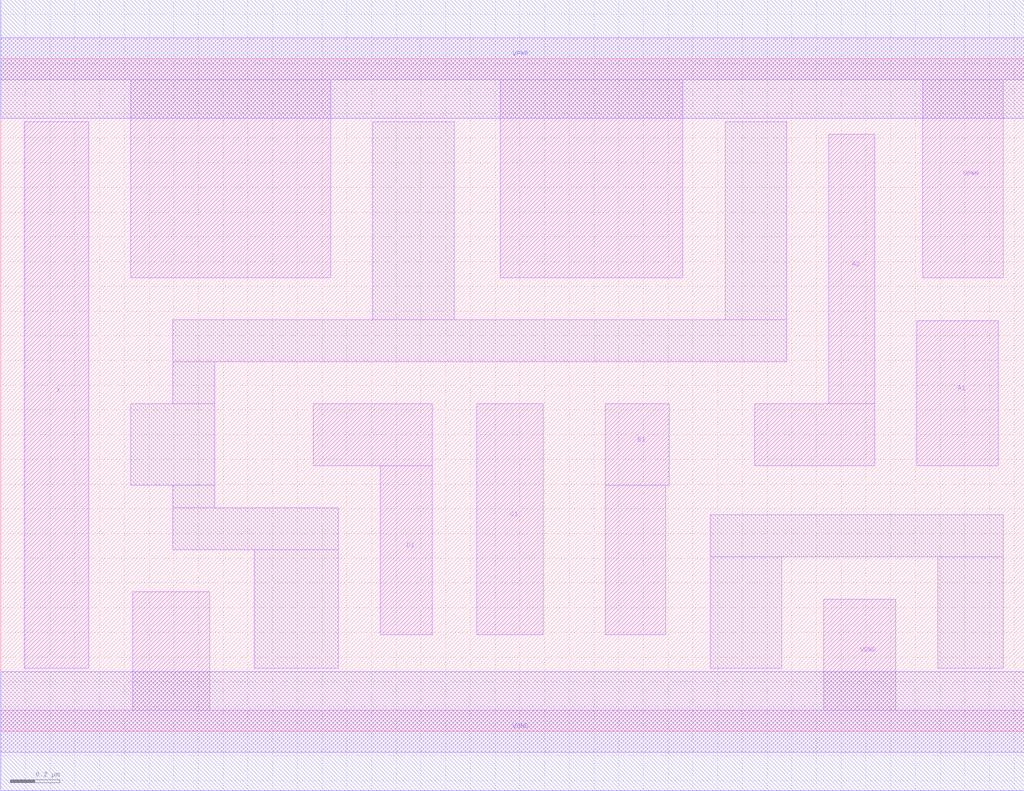
<source format=lef>
# Copyright 2020 The SkyWater PDK Authors
#
# Licensed under the Apache License, Version 2.0 (the "License");
# you may not use this file except in compliance with the License.
# You may obtain a copy of the License at
#
#     https://www.apache.org/licenses/LICENSE-2.0
#
# Unless required by applicable law or agreed to in writing, software
# distributed under the License is distributed on an "AS IS" BASIS,
# WITHOUT WARRANTIES OR CONDITIONS OF ANY KIND, either express or implied.
# See the License for the specific language governing permissions and
# limitations under the License.
#
# SPDX-License-Identifier: Apache-2.0

VERSION 5.5 ;
NAMESCASESENSITIVE ON ;
BUSBITCHARS "[]" ;
DIVIDERCHAR "/" ;
MACRO sky130_fd_sc_hd__o2111a_1
  CLASS CORE ;
  SOURCE USER ;
  ORIGIN  0.000000  0.000000 ;
  SIZE  4.140000 BY  2.720000 ;
  SYMMETRY X Y R90 ;
  SITE unithd ;
  PIN A1
    ANTENNAGATEAREA  0.247500 ;
    DIRECTION INPUT ;
    USE SIGNAL ;
    PORT
      LAYER li1 ;
        RECT 3.705000 1.075000 4.035000 1.660000 ;
    END
  END A1
  PIN A2
    ANTENNAGATEAREA  0.247500 ;
    DIRECTION INPUT ;
    USE SIGNAL ;
    PORT
      LAYER li1 ;
        RECT 3.050000 1.075000 3.535000 1.325000 ;
        RECT 3.350000 1.325000 3.535000 2.415000 ;
    END
  END A2
  PIN B1
    ANTENNAGATEAREA  0.247500 ;
    DIRECTION INPUT ;
    USE SIGNAL ;
    PORT
      LAYER li1 ;
        RECT 2.445000 0.390000 2.690000 0.995000 ;
        RECT 2.445000 0.995000 2.705000 1.325000 ;
    END
  END B1
  PIN C1
    ANTENNAGATEAREA  0.247500 ;
    DIRECTION INPUT ;
    USE SIGNAL ;
    PORT
      LAYER li1 ;
        RECT 1.925000 0.390000 2.195000 1.325000 ;
    END
  END C1
  PIN D1
    ANTENNAGATEAREA  0.247500 ;
    DIRECTION INPUT ;
    USE SIGNAL ;
    PORT
      LAYER li1 ;
        RECT 1.265000 1.075000 1.745000 1.325000 ;
        RECT 1.535000 0.390000 1.745000 1.075000 ;
    END
  END D1
  PIN X
    ANTENNADIFFAREA  0.429000 ;
    DIRECTION OUTPUT ;
    USE SIGNAL ;
    PORT
      LAYER li1 ;
        RECT 0.095000 0.255000 0.355000 2.465000 ;
    END
  END X
  PIN VGND
    DIRECTION INOUT ;
    SHAPE ABUTMENT ;
    USE GROUND ;
    PORT
      LAYER li1 ;
        RECT 0.000000 -0.085000 4.140000 0.085000 ;
        RECT 0.535000  0.085000 0.845000 0.565000 ;
        RECT 3.330000  0.085000 3.620000 0.535000 ;
    END
    PORT
      LAYER met1 ;
        RECT 0.000000 -0.240000 4.140000 0.240000 ;
    END
  END VGND
  PIN VPWR
    DIRECTION INOUT ;
    SHAPE ABUTMENT ;
    USE POWER ;
    PORT
      LAYER li1 ;
        RECT 0.000000 2.635000 4.140000 2.805000 ;
        RECT 0.525000 1.835000 1.335000 2.635000 ;
        RECT 2.020000 1.835000 2.760000 2.635000 ;
        RECT 3.730000 1.835000 4.055000 2.635000 ;
    END
    PORT
      LAYER met1 ;
        RECT 0.000000 2.480000 4.140000 2.960000 ;
    END
  END VPWR
  OBS
    LAYER li1 ;
      RECT 0.525000 0.995000 0.865000 1.325000 ;
      RECT 0.695000 0.735000 1.365000 0.905000 ;
      RECT 0.695000 0.905000 0.865000 0.995000 ;
      RECT 0.695000 1.325000 0.865000 1.495000 ;
      RECT 0.695000 1.495000 3.180000 1.665000 ;
      RECT 1.025000 0.255000 1.365000 0.735000 ;
      RECT 1.505000 1.665000 1.835000 2.465000 ;
      RECT 2.870000 0.255000 3.160000 0.705000 ;
      RECT 2.870000 0.705000 4.055000 0.875000 ;
      RECT 2.930000 1.665000 3.180000 2.465000 ;
      RECT 3.790000 0.255000 4.055000 0.705000 ;
  END
END sky130_fd_sc_hd__o2111a_1

</source>
